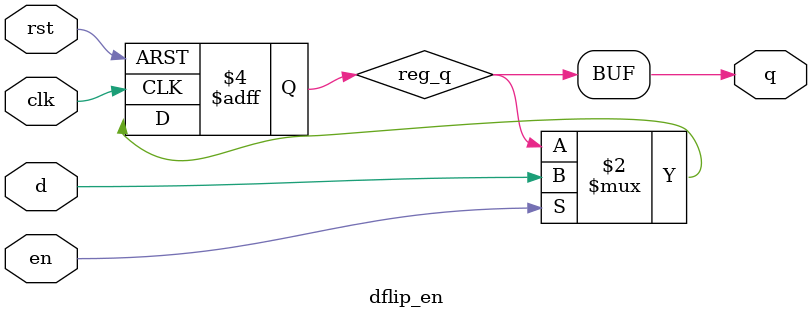
<source format=v>
module dflip_en #(parameter WIDTH = 1 ,
                  parameter INIT_VALUE = {WIDTH{1'b0}}) (
	clk,
	rst,
    en,
    d,
    q
);

input clk;
input rst;
input en;
input [WIDTH - 1: 0] d;
output [WIDTH - 1: 0] q;
reg [WIDTH-1:0] reg_q;

always @(posedge clk or posedge rst) begin
    if(rst) begin
        reg_q <= INIT_VALUE;
    end
    else if(en) begin
        reg_q <= d;
    end
end

assign q = reg_q;

endmodule


</source>
